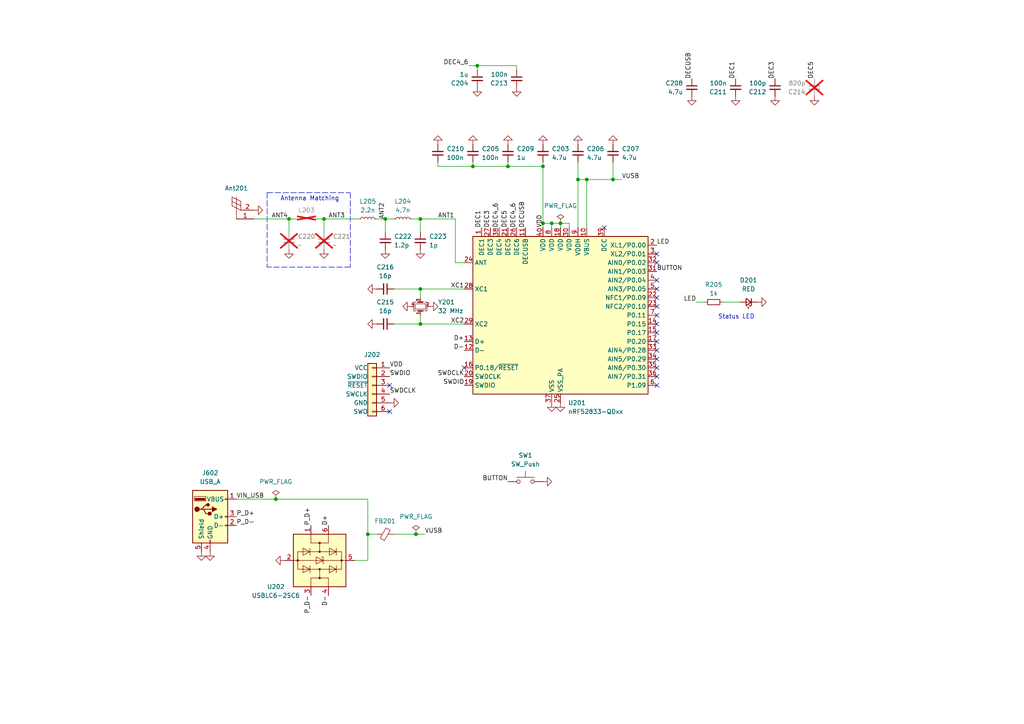
<source format=kicad_sch>
(kicad_sch (version 20230121) (generator eeschema)
  (paper "A4")
  (lib_symbols
    (symbol "Connector:USB_A" (pin_names (offset 1.016))
      (property "Reference" "J" (at -5.08 11.43 0))
      (property "Value" "USB_A" (at -5.08 8.89 0))
      (symbol "USB_A_0_1"
        (rectangle (start -5.08 -7.62) (end 5.08 7.62) (stroke (width 0.254)) (fill (type background)))
        (circle (center -3.81 2.159) (radius 0.635) (stroke (width 0.254)) (fill (type outline)))
        (rectangle (start -1.524 4.826) (end -4.318 5.334) (fill (type outline)))
        (rectangle (start -1.27 4.572) (end -4.572 5.842))
        (circle (center -0.635 3.429) (radius 0.381) (stroke (width 0.254)) (fill (type outline)))
        (rectangle (start -0.127 -7.62) (end 0.127 -6.858))
        (polyline (pts (xy -3.175 2.159) (xy -2.54 2.159) (xy -1.27 3.429) (xy -0.635 3.429)) (stroke (width 0.254)))
        (polyline (pts (xy -2.54 2.159) (xy -1.905 2.159) (xy -1.27 0.889) (xy 0 0.889)) (stroke (width 0.254)))
        (polyline (pts (xy 0.635 2.794) (xy 0.635 1.524) (xy 1.905 2.159) (xy 0.635 2.794)) (stroke (width 0.254)) (fill (type outline)))
        (rectangle (start 0.254 1.27) (end -0.508 0.508) (stroke (width 0.254)) (fill (type outline)))
        (rectangle (start 5.08 -2.667) (end 4.318 -2.413))
        (rectangle (start 5.08 -0.127) (end 4.318 0.127))
        (rectangle (start 5.08 4.953) (end 4.318 5.207))
      )
      (symbol "USB_A_1_1"
        (polyline (pts (xy -1.905 2.159) (xy 0.635 2.159)) (stroke (width 0.254)))
        (pin power_in line (at 7.62 5.08 180) (length 2.54) (name "VBUS") (number "1"))
        (pin bidirectional line (at 7.62 -2.54 180) (length 2.54) (name "D-") (number "2"))
        (pin bidirectional line (at 7.62 0 180) (length 2.54) (name "D+") (number "3"))
        (pin power_in line (at 0 -10.16 90) (length 2.54) (name "GND") (number "4"))
        (pin passive line (at -2.54 -10.16 90) (length 2.54) (name "Shield") (number "5"))
      )
    )
    (symbol "Device:C_Small" (pin_numbers hide) (pin_names (offset 0.254) hide)
      (property "Reference" "C" (at 0.254 1.778 0))
      (property "Value" "C_Small" (at 0.254 -2.032 0))
      (symbol "C_Small_0_1"
        (polyline (pts (xy -1.524 -0.508) (xy 1.524 -0.508)) (stroke (width 0.3302)))
        (polyline (pts (xy -1.524 0.508) (xy 1.524 0.508)) (stroke (width 0.3048)))
      )
      (symbol "C_Small_1_1"
        (pin passive line (at 0 2.54 270) (length 2.032) (name "~") (number "1"))
        (pin passive line (at 0 -2.54 90) (length 2.032) (name "~") (number "2"))
      )
    )
    (symbol "Device:Crystal_GND24_Small" (pin_names (offset 1.016) hide)
      (property "Reference" "Y" (at 1.27 4.445 0))
      (property "Value" "Crystal_GND24_Small" (at 1.27 2.54 0))
      (symbol "Crystal_GND24_Small_0_1"
        (rectangle (start -0.762 -1.524) (end 0.762 1.524))
        (polyline (pts (xy -1.27 -0.762) (xy -1.27 0.762)) (stroke (width 0.381)))
        (polyline (pts (xy 1.27 -0.762) (xy 1.27 0.762)) (stroke (width 0.381)))
        (polyline (pts (xy -1.27 -1.27) (xy -1.27 -1.905) (xy 1.27 -1.905) (xy 1.27 -1.27)))
        (polyline (pts (xy -1.27 1.27) (xy -1.27 1.905) (xy 1.27 1.905) (xy 1.27 1.27)))
      )
      (symbol "Crystal_GND24_Small_1_1"
        (pin passive line (at -2.54 0 0) (length 1.27) (name "1") (number "1"))
        (pin passive line (at 0 -2.54 90) (length 0.635) (name "2") (number "2"))
        (pin passive line (at 2.54 0 180) (length 1.27) (name "3") (number "3"))
        (pin passive line (at 0 2.54 270) (length 0.635) (name "4") (number "4"))
      )
    )
    (symbol "Device:FerriteBead_Small" (pin_numbers hide) (pin_names (offset 0))
      (property "Reference" "FB" (at 1.905 1.27 0))
      (property "Value" "FerriteBead_Small" (at 1.905 -1.27 0))
      (symbol "FerriteBead_Small_0_1"
        (polyline (pts (xy 0 -1.27) (xy 0 -0.7874)))
        (polyline (pts (xy 0 0.889) (xy 0 1.2954)))
        (polyline (pts (xy -1.8288 0.2794) (xy -1.1176 1.4986) (xy 1.8288 -0.2032) (xy 1.1176 -1.4224) (xy -1.8288 0.2794)))
      )
      (symbol "FerriteBead_Small_1_1"
        (pin passive line (at 0 2.54 270) (length 1.27) (name "~") (number "1"))
        (pin passive line (at 0 -2.54 90) (length 1.27) (name "~") (number "2"))
      )
    )
    (symbol "Device:LED_Small" (pin_numbers hide) (pin_names (offset 0.254) hide)
      (property "Reference" "D" (at -1.27 3.175 0))
      (property "Value" "LED_Small" (at -4.445 -2.54 0))
      (symbol "LED_Small_0_1"
        (polyline (pts (xy -0.762 -1.016) (xy -0.762 1.016)) (stroke (width 0.254)))
        (polyline (pts (xy 1.016 0) (xy -0.762 0)))
        (polyline (pts (xy 0.762 -1.016) (xy -0.762 0) (xy 0.762 1.016) (xy 0.762 -1.016)) (stroke (width 0.254)))
        (polyline (pts (xy 0 0.762) (xy -0.508 1.27) (xy -0.254 1.27) (xy -0.508 1.27) (xy -0.508 1.016)))
        (polyline (pts (xy 0.508 1.27) (xy 0 1.778) (xy 0.254 1.778) (xy 0 1.778) (xy 0 1.524)))
      )
      (symbol "LED_Small_1_1"
        (pin passive line (at -2.54 0 0) (length 1.778) (name "K") (number "1"))
        (pin passive line (at 2.54 0 180) (length 1.778) (name "A") (number "2"))
      )
    )
    (symbol "Device:L_Small" (pin_numbers hide) (pin_names (offset 0.254) hide)
      (property "Reference" "L" (at 0.762 1.016 0))
      (property "Value" "L_Small" (at 0.762 -1.016 0))
      (symbol "L_Small_0_1"
        (arc (start 0 -2.032) (mid 0.5058 -1.524) (end 0 -1.016))
        (arc (start 0 -1.016) (mid 0.5058 -0.508) (end 0 0))
        (arc (start 0 0) (mid 0.5058 0.508) (end 0 1.016))
        (arc (start 0 1.016) (mid 0.5058 1.524) (end 0 2.032))
      )
      (symbol "L_Small_1_1"
        (pin passive line (at 0 2.54 270) (length 0.508) (name "~") (number "1"))
        (pin passive line (at 0 -2.54 90) (length 0.508) (name "~") (number "2"))
      )
    )
    (symbol "Device:R_Small" (pin_numbers hide) (pin_names (offset 0.254) hide)
      (property "Reference" "R" (at 0.762 0.508 0))
      (property "Value" "R_Small" (at 0.762 -1.016 0))
      (symbol "R_Small_0_1"
        (rectangle (start -0.762 1.778) (end 0.762 -1.778) (stroke (width 0.2032)))
      )
      (symbol "R_Small_1_1"
        (pin passive line (at 0 2.54 270) (length 0.762) (name "~") (number "1"))
        (pin passive line (at 0 -2.54 90) (length 0.762) (name "~") (number "2"))
      )
    )
    (symbol "Power_Protection:USBLC6-2SC6" (pin_names hide)
      (property "Reference" "U" (at 2.54 8.89 0))
      (property "Value" "USBLC6-2SC6" (at 2.54 -8.89 0))
      (symbol "USBLC6-2SC6_0_1"
        (rectangle (start -7.62 -7.62) (end 7.62 7.62) (stroke (width 0.254)) (fill (type background)))
        (circle (center -5.08 0) (radius 0.254) (fill (type outline)))
        (circle (center -2.54 0) (radius 0.254) (fill (type outline)))
        (rectangle (start -2.54 6.35) (end 2.54 -6.35))
        (circle (center 0 -6.35) (radius 0.254) (fill (type outline)))
        (polyline (pts (xy -5.08 -2.54) (xy -7.62 -2.54)))
        (polyline (pts (xy -5.08 0) (xy -5.08 -2.54)))
        (polyline (pts (xy -5.08 2.54) (xy -7.62 2.54)))
        (polyline (pts (xy -1.524 -2.794) (xy -3.556 -2.794)))
        (polyline (pts (xy -1.524 4.826) (xy -3.556 4.826)))
        (polyline (pts (xy 0 -7.62) (xy 0 -6.35)))
        (polyline (pts (xy 0 -6.35) (xy 0 1.27)))
        (polyline (pts (xy 0 1.27) (xy 0 6.35)))
        (polyline (pts (xy 0 6.35) (xy 0 7.62)))
        (polyline (pts (xy 1.524 -2.794) (xy 3.556 -2.794)))
        (polyline (pts (xy 1.524 4.826) (xy 3.556 4.826)))
        (polyline (pts (xy 5.08 -2.54) (xy 7.62 -2.54)))
        (polyline (pts (xy 5.08 0) (xy 5.08 -2.54)))
        (polyline (pts (xy 5.08 2.54) (xy 7.62 2.54)))
        (polyline (pts (xy -2.54 0) (xy -5.08 0) (xy -5.08 2.54)))
        (polyline (pts (xy 2.54 0) (xy 5.08 0) (xy 5.08 2.54)))
        (polyline (pts (xy -3.556 -4.826) (xy -1.524 -4.826) (xy -2.54 -2.794) (xy -3.556 -4.826)))
        (polyline (pts (xy -3.556 2.794) (xy -1.524 2.794) (xy -2.54 4.826) (xy -3.556 2.794)))
        (polyline (pts (xy -1.016 -1.016) (xy 1.016 -1.016) (xy 0 1.016) (xy -1.016 -1.016)))
        (polyline (pts (xy 1.016 1.016) (xy 0.762 1.016) (xy -1.016 1.016) (xy -1.016 0.508)))
        (polyline (pts (xy 3.556 -4.826) (xy 1.524 -4.826) (xy 2.54 -2.794) (xy 3.556 -4.826)))
        (polyline (pts (xy 3.556 2.794) (xy 1.524 2.794) (xy 2.54 4.826) (xy 3.556 2.794)))
        (circle (center 0 6.35) (radius 0.254) (fill (type outline)))
        (circle (center 2.54 0) (radius 0.254) (fill (type outline)))
        (circle (center 5.08 0) (radius 0.254) (fill (type outline)))
      )
      (symbol "USBLC6-2SC6_1_1"
        (pin passive line (at -10.16 -2.54 0) (length 2.54) (name "I/O1") (number "1"))
        (pin passive line (at 0 -10.16 90) (length 2.54) (name "GND") (number "2"))
        (pin passive line (at 10.16 -2.54 180) (length 2.54) (name "I/O2") (number "3"))
        (pin passive line (at 10.16 2.54 180) (length 2.54) (name "I/O2") (number "4"))
        (pin passive line (at 0 10.16 270) (length 2.54) (name "VBUS") (number "5"))
        (pin passive line (at -10.16 2.54 0) (length 2.54) (name "I/O1") (number "6"))
      )
    )
    (symbol "Switch:SW_Push" (pin_numbers hide) (pin_names (offset 1.016) hide)
      (property "Reference" "SW" (at 1.27 2.54 0))
      (property "Value" "SW_Push" (at 0 -1.524 0))
      (symbol "SW_Push_0_1"
        (circle (center -2.032 0) (radius 0.508))
        (polyline (pts (xy 0 1.27) (xy 0 3.048)))
        (polyline (pts (xy 2.54 1.27) (xy -2.54 1.27)))
        (circle (center 2.032 0) (radius 0.508))
        (pin passive line (at -5.08 0 0) (length 2.54) (name "1") (number "1"))
        (pin passive line (at 5.08 0 180) (length 2.54) (name "2") (number "2"))
      )
    )
    (symbol "antennas:antenna" (pin_names (offset 1.016))
      (property "Reference" "Ant" (at 0 7.62 0))
      (symbol "antenna_0_1"
        (polyline (pts (xy -1.27 6.35) (xy -1.27 3.81)))
        (polyline (pts (xy 0 0) (xy 0 5.08)))
        (polyline (pts (xy 0 5.08) (xy 0 6.35)))
        (polyline (pts (xy 1.27 2.54) (xy -1.27 3.81)))
        (polyline (pts (xy 1.27 3.81) (xy -1.27 5.08)))
        (polyline (pts (xy 1.27 5.08) (xy -1.27 6.35)))
        (polyline (pts (xy 1.27 5.08) (xy 1.27 2.54)))
      )
      (symbol "antenna_1_1"
        (pin input line (at 5.08 0 180) (length 5.08) (name "~") (number "1"))
        (pin input line (at 5.08 2.54 180) (length 3.81) (name "~") (number "2"))
      )
    )
    (symbol "connectors:tag-connect-swd" (pin_names (offset 2.54))
      (property "Reference" "J" (at 0 7.62 0))
      (property "Value" "tag-connect-swd" (at 0 -10.16 0))
      (symbol "tag-connect-swd_1_1"
        (rectangle (start -1.27 -7.493) (end 0 -7.747) (stroke (width 0.1524)))
        (rectangle (start -1.27 -4.953) (end 0 -5.207) (stroke (width 0.1524)))
        (rectangle (start -1.27 -2.413) (end 0 -2.667) (stroke (width 0.1524)))
        (rectangle (start -1.27 0.127) (end 0 -0.127) (stroke (width 0.1524)))
        (rectangle (start -1.27 2.667) (end 0 2.413) (stroke (width 0.1524)))
        (rectangle (start -1.27 5.207) (end 0 4.953) (stroke (width 0.1524)))
        (rectangle (start -1.27 6.35) (end 1.27 -8.89) (stroke (width 0.254)) (fill (type background)))
        (pin passive line (at -5.08 5.08 0) (length 3.81) (name "VCC") (number "1"))
        (pin passive line (at -5.08 2.54 0) (length 3.81) (name "SWDIO") (number "2"))
        (pin passive line (at -5.08 0 0) (length 3.81) (name "~{RESET}") (number "3"))
        (pin passive line (at -5.08 -2.54 0) (length 3.81) (name "SWCLK") (number "4"))
        (pin passive line (at -5.08 -5.08 0) (length 3.81) (name "GND") (number "5"))
        (pin passive line (at -5.08 -7.62 0) (length 3.81) (name "SWO") (number "6"))
      )
    )
    (symbol "nordic_mcu:nRF52833-QDxx"
      (property "Reference" "U" (at 0 1.27 0))
      (property "Value" "nRF52833-QDxx" (at 0 -1.27 0))
      (symbol "nRF52833-QDxx_0_1"
        (rectangle (start -25.4 22.86) (end 25.4 -22.86) (stroke (width 0.254)) (fill (type background)))
      )
      (symbol "nRF52833-QDxx_1_1"
        (pin passive line (at -22.86 25.4 270) (length 2.54) (name "DEC1") (number "1"))
        (pin power_in line (at 7.62 25.4 270) (length 2.54) (name "VBUS") (number "10"))
        (pin passive line (at -10.16 25.4 270) (length 2.54) (name "DECUSB") (number "11"))
        (pin bidirectional line (at -27.94 -10.16 0) (length 2.54) (name "D-") (number "12"))
        (pin bidirectional line (at -27.94 -7.62 0) (length 2.54) (name "D+") (number "13"))
        (pin bidirectional line (at 27.94 -2.54 180) (length 2.54) (name "P0.15") (number "14"))
        (pin bidirectional line (at 27.94 -5.08 180) (length 2.54) (name "P0.17") (number "15"))
        (pin bidirectional line (at -27.94 -15.24 0) (length 2.54) (name "P0.18/~{RESET}") (number "16"))
        (pin bidirectional line (at 27.94 -7.62 180) (length 2.54) (name "P0.20") (number "17"))
        (pin power_in line (at 0 25.4 270) (length 2.54) (name "VDD") (number "18"))
        (pin bidirectional line (at -27.94 -20.32 0) (length 2.54) (name "SWDIO") (number "19"))
        (pin bidirectional line (at 27.94 20.32 180) (length 2.54) (name "XL1/P0.00") (number "2"))
        (pin input line (at -27.94 -17.78 0) (length 2.54) (name "SWDCLK") (number "20"))
        (pin passive line (at -15.24 25.4 270) (length 2.54) (name "DEC5") (number "21"))
        (pin bidirectional line (at 27.94 5.08 180) (length 2.54) (name "NFC1/P0.09") (number "22"))
        (pin bidirectional line (at 27.94 2.54 180) (length 2.54) (name "NFC2/P0.10") (number "23"))
        (pin passive line (at -27.94 15.24 0) (length 2.54) (name "ANT") (number "24"))
        (pin power_in line (at 0 -25.4 90) (length 2.54) (name "VSS_PA") (number "25"))
        (pin passive line (at -12.7 25.4 270) (length 2.54) (name "DEC6") (number "26"))
        (pin passive line (at -20.32 25.4 270) (length 2.54) (name "DEC3") (number "27"))
        (pin input line (at -27.94 7.62 0) (length 2.54) (name "XC1") (number "28"))
        (pin input line (at -27.94 -2.54 0) (length 2.54) (name "XC2") (number "29"))
        (pin bidirectional line (at 27.94 17.78 180) (length 2.54) (name "XL2/P0.01") (number "3"))
        (pin power_in line (at 2.54 25.4 270) (length 2.54) (name "VDD") (number "30"))
        (pin bidirectional line (at 27.94 12.7 180) (length 2.54) (name "AIN1/P0.03") (number "31"))
        (pin bidirectional line (at 27.94 15.24 180) (length 2.54) (name "AIN0/P0.02") (number "32"))
        (pin bidirectional line (at 27.94 -10.16 180) (length 2.54) (name "AIN4/P0.28") (number "33"))
        (pin bidirectional line (at 27.94 -12.7 180) (length 2.54) (name "AIN5/P0.29") (number "34"))
        (pin bidirectional line (at 27.94 -15.24 180) (length 2.54) (name "AIN6/P0.30") (number "35"))
        (pin bidirectional line (at 27.94 -17.78 180) (length 2.54) (name "AIN7/P0.31") (number "36"))
        (pin power_in line (at -2.54 -25.4 90) (length 2.54) (name "VSS") (number "37"))
        (pin passive line (at -17.78 25.4 270) (length 2.54) (name "DEC4") (number "38"))
        (pin power_out line (at 12.7 25.4 270) (length 2.54) (name "DCC") (number "39"))
        (pin bidirectional line (at 27.94 10.16 180) (length 2.54) (name "AIN2/P0.04") (number "4"))
        (pin power_in line (at -5.08 25.4 270) (length 2.54) (name "VDD") (number "40"))
        (pin passive line (at -2.54 -25.4 90) (length 2.54) hide (name "VSS") (number "41"))
        (pin bidirectional line (at 27.94 7.62 180) (length 2.54) (name "AIN3/P0.05") (number "5"))
        (pin bidirectional line (at 27.94 -20.32 180) (length 2.54) (name "P1.09") (number "6"))
        (pin bidirectional line (at 27.94 0 180) (length 2.54) (name "P0.11") (number "7"))
        (pin power_in line (at -2.54 25.4 270) (length 2.54) (name "VDD") (number "8"))
        (pin power_in line (at 5.08 25.4 270) (length 2.54) (name "VDDH") (number "9"))
      )
    )
    (symbol "power:GND" (power) (pin_names (offset 0))
      (property "Value" "GND" (at 0 -3.81 0))
      (symbol "GND_0_1"
        (polyline (pts (xy 0 0) (xy 0 -1.27) (xy 1.27 -1.27) (xy 0 -2.54) (xy -1.27 -1.27) (xy 0 -1.27)))
      )
      (symbol "GND_1_1"
        (pin power_in line (at 0 0 270) (length 0) hide (name "GND") (number "1"))
      )
    )
    (symbol "power:PWR_FLAG" (power) (pin_numbers hide) (pin_names (offset 0) hide)
      (property "Value" "PWR_FLAG" (at 0 3.81 0))
      (symbol "PWR_FLAG_0_0"
        (pin power_out line (at 0 0 90) (length 0) (name "pwr") (number "1"))
      )
      (symbol "PWR_FLAG_0_1"
        (polyline (pts (xy 0 0) (xy 0 1.27) (xy -1.016 1.905) (xy 0 2.54) (xy 1.016 1.905) (xy 0 1.27)))
      )
    )
  )
  (junction (at 93.98 63.5))
  (junction (at 157.48 64.77))
  (junction (at 167.64 52.07))
  (junction (at 121.92 63.5))
  (junction (at 138.43 19.05))
  (junction (at 177.8 52.07))
  (junction (at 147.32 48.26))
  (junction (at 106.68 154.94))
  (junction (at 121.92 93.98))
  (junction (at 83.82 63.5))
  (junction (at 160.02 64.77))
  (junction (at 80.01 144.78))
  (junction (at 170.18 52.07))
  (junction (at 111.76 63.5))
  (junction (at 162.56 64.77))
  (junction (at 137.16 48.26))
  (junction (at 121.92 83.82))
  (junction (at 157.48 48.26))
  (junction (at 120.65 154.94))
  (no_connect (at 190.5 101.6))
  (no_connect (at 190.5 81.28))
  (no_connect (at 190.5 99.06))
  (no_connect (at 190.5 86.36))
  (no_connect (at 190.5 83.82))
  (no_connect (at 190.5 88.9))
  (no_connect (at 190.5 109.22))
  (no_connect (at 190.5 93.98))
  (no_connect (at 190.5 111.76))
  (no_connect (at 113.03 111.76))
  (no_connect (at 190.5 91.44))
  (no_connect (at 190.5 76.2))
  (no_connect (at 190.5 96.52))
  (no_connect (at 190.5 104.14))
  (no_connect (at 190.5 106.68))
  (no_connect (at 175.26 66.04))
  (no_connect (at 113.03 119.38))
  (no_connect (at 190.5 73.66))
  (no_connect (at 134.62 106.68))
  (wire (pts (xy 177.8 46.99) (xy 177.8 52.07)))
  (wire (pts (xy 201.93 87.63) (xy 204.47 87.63)))
  (wire (pts (xy 157.48 46.99) (xy 157.48 48.26)))
  (polyline (pts (xy 77.47 55.88) (xy 77.47 77.47)) (stroke (width 0) (type dash)))
  (wire (pts (xy 157.48 64.77) (xy 160.02 64.77)))
  (wire (pts (xy 209.55 87.63) (xy 214.63 87.63)))
  (polyline (pts (xy 101.6 55.88) (xy 101.6 77.47)) (stroke (width 0) (type dash)))
  (wire (pts (xy 121.92 93.98) (xy 134.62 93.98)))
  (wire (pts (xy 114.3 83.82) (xy 121.92 83.82)))
  (wire (pts (xy 132.08 63.5) (xy 132.08 76.2)))
  (wire (pts (xy 137.16 48.26) (xy 147.32 48.26)))
  (wire (pts (xy 162.56 64.77) (xy 165.1 64.77)))
  (wire (pts (xy 167.64 46.99) (xy 167.64 52.07)))
  (polyline (pts (xy 77.47 55.88) (xy 101.6 55.88)) (stroke (width 0) (type dash)))
  (wire (pts (xy 73.66 63.5) (xy 83.82 63.5)))
  (wire (pts (xy 121.92 83.82) (xy 121.92 86.36)))
  (wire (pts (xy 160.02 64.77) (xy 160.02 66.04)))
  (wire (pts (xy 111.76 63.5) (xy 114.3 63.5)))
  (wire (pts (xy 119.38 63.5) (xy 121.92 63.5)))
  (wire (pts (xy 91.44 63.5) (xy 93.98 63.5)))
  (wire (pts (xy 114.3 93.98) (xy 121.92 93.98)))
  (wire (pts (xy 157.48 66.04) (xy 157.48 64.77)))
  (wire (pts (xy 147.32 48.26) (xy 157.48 48.26)))
  (wire (pts (xy 106.68 154.94) (xy 109.22 154.94)))
  (wire (pts (xy 167.64 52.07) (xy 167.64 66.04)))
  (wire (pts (xy 120.65 154.94) (xy 123.19 154.94)))
  (wire (pts (xy 106.68 144.78) (xy 106.68 154.94)))
  (wire (pts (xy 137.16 46.99) (xy 137.16 48.26)))
  (wire (pts (xy 149.86 19.05) (xy 149.86 20.32)))
  (wire (pts (xy 127 46.99) (xy 127 48.26)))
  (wire (pts (xy 121.92 63.5) (xy 132.08 63.5)))
  (wire (pts (xy 132.08 76.2) (xy 134.62 76.2)))
  (wire (pts (xy 121.92 83.82) (xy 134.62 83.82)))
  (wire (pts (xy 170.18 52.07) (xy 170.18 66.04)))
  (wire (pts (xy 68.58 144.78) (xy 80.01 144.78)))
  (wire (pts (xy 135.89 19.05) (xy 138.43 19.05)))
  (wire (pts (xy 177.8 52.07) (xy 180.34 52.07)))
  (wire (pts (xy 93.98 63.5) (xy 93.98 67.31)))
  (wire (pts (xy 93.98 63.5) (xy 104.14 63.5)))
  (wire (pts (xy 80.01 144.78) (xy 106.68 144.78)))
  (wire (pts (xy 102.87 162.56) (xy 106.68 162.56)))
  (wire (pts (xy 138.43 19.05) (xy 149.86 19.05)))
  (wire (pts (xy 83.82 63.5) (xy 86.36 63.5)))
  (wire (pts (xy 106.68 154.94) (xy 106.68 162.56)))
  (wire (pts (xy 157.48 48.26) (xy 157.48 64.77)))
  (wire (pts (xy 111.76 63.5) (xy 111.76 67.31)))
  (wire (pts (xy 167.64 52.07) (xy 170.18 52.07)))
  (wire (pts (xy 162.56 64.77) (xy 162.56 66.04)))
  (wire (pts (xy 160.02 64.77) (xy 162.56 64.77)))
  (polyline (pts (xy 101.6 77.47) (xy 77.47 77.47)) (stroke (width 0) (type dash)))
  (wire (pts (xy 114.3 154.94) (xy 120.65 154.94)))
  (wire (pts (xy 147.32 46.99) (xy 147.32 48.26)))
  (wire (pts (xy 121.92 63.5) (xy 121.92 67.31)))
  (wire (pts (xy 177.8 52.07) (xy 170.18 52.07)))
  (wire (pts (xy 165.1 64.77) (xy 165.1 66.04)))
  (wire (pts (xy 83.82 63.5) (xy 83.82 67.31)))
  (wire (pts (xy 138.43 19.05) (xy 138.43 20.32)))
  (wire (pts (xy 127 48.26) (xy 137.16 48.26)))
  (wire (pts (xy 109.22 63.5) (xy 111.76 63.5)))
  (wire (pts (xy 121.92 91.44) (xy 121.92 93.98)))
  (text "Status LED" (at 208.28 92.71 0) (effects (font (size 1.27 1.27)) (justify left bottom)))
  (text "Antenna Matching" (at 81.28 58.42 0) (effects (font (size 1.27 1.27)) (justify left bottom)))
  (label "DECUSB" (at 200.66 22.86 90))
  (label "DEC5" (at 236.22 22.86 90))
  (label "VUSB" (at 180.34 52.07 0))
  (label "ANT3" (at 95.25 63.5 0))
  (label "LED" (at 190.5 71.12 0))
  (label "DEC3" (at 142.24 66.04 90))
  (label "D-" (at 95.25 172.72 270))
  (label "DEC3" (at 224.79 22.86 90))
  (label "VUSB" (at 123.19 154.94 0))
  (label "SWDCLK" (at 134.62 109.22 180))
  (label "BUTTON" (at 147.32 139.7 180))
  (label "P_D+" (at 68.58 149.86 0))
  (label "DEC1" (at 213.36 22.86 90))
  (label "D-" (at 134.62 101.6 180))
  (label "VDD" (at 113.03 106.68 0))
  (label "SWDIO" (at 113.03 109.22 0))
  (label "XC2" (at 134.62 93.98 180))
  (label "ANT1" (at 127 63.5 0))
  (label "LED" (at 201.93 87.63 180))
  (label "ANT4" (at 78.74 63.5 0))
  (label "SWDCLK" (at 113.03 114.3 0))
  (label "DEC4_6" (at 135.89 19.05 180))
  (label "DEC4_6" (at 144.78 66.04 90))
  (label "P_D-" (at 68.58 152.4 0))
  (label "P_D-" (at 90.17 172.72 270))
  (label "DECUSB" (at 152.4 66.04 90))
  (label "BUTTON" (at 190.5 78.74 0))
  (label "DEC5" (at 147.32 66.04 90))
  (label "P_D+" (at 90.17 152.4 90))
  (label "DEC1" (at 139.7 66.04 90))
  (label "D+" (at 134.62 99.06 180))
  (label "SWDIO" (at 134.62 111.76 180))
  (label "DEC4_6" (at 149.86 66.04 90))
  (label "ANT2" (at 111.76 63.5 90))
  (label "XC1" (at 134.62 83.82 180))
  (label "VIN_USB" (at 68.58 144.78 0))
  (label "VDD" (at 157.48 66.04 90))
  (label "D+" (at 95.25 152.4 90))
  (symbol (lib_id "power:GND") (at 213.36 27.94 0) (unit 1)
    (property "Reference" "#PWR0222" (effects hide))
    (property "Value" "GND" (effects hide))
    (instances (project "crkbd-shockburst" (path "" (reference "#PWR0222") (unit 1)) (path "" (reference "#PWR0504") (unit 1)) (path "" (reference "#PWR0604") (unit 1))))
  )
  (symbol (lib_id "Device:C_Small") (at 213.36 25.4 0) (mirror y) (unit 1)
    (property "Reference" "C211" (at 210.82 26.6764 0) (effects (justify left)))
    (property "Value" "100n" (at 210.82 24.1364 0) (effects (justify left)))
    (property "Footprint" "passive:C_0402" (effects hide))
    (property "MFPN" "FN15B104K160PNG" (effects hide))
    (property "Specification" "16V,X5R" (effects hide))
    (property "LCSC" "C2874742" (effects hide))
    (instances (project "crkbd-shockburst" (path "" (reference "C211") (unit 1)) (path "" (reference "C504") (unit 1)) (path "" (reference "C604") (unit 1))))
  )
  (symbol (lib_id "power:GND") (at 200.66 27.94 0) (unit 1)
    (property "Reference" "#PWR0219" (effects hide))
    (property "Value" "GND" (effects hide))
    (instances (project "crkbd-shockburst" (path "" (reference "#PWR0219") (unit 1)) (path "" (reference "#PWR0503") (unit 1)) (path "" (reference "#PWR0603") (unit 1))))
  )
  (symbol (lib_id "power:GND") (at 111.76 72.39 0) (unit 1)
    (property "Reference" "#PWR0240" (effects hide))
    (property "Value" "GND" (effects hide))
    (instances (project "crkbd-shockburst" (path "" (reference "#PWR0240") (unit 1)) (path "" (reference "#PWR0517") (unit 1)) (path "" (reference "#PWR0618") (unit 1))))
  )
  (symbol (lib_id "power:GND") (at 224.79 27.94 0) (unit 1)
    (property "Reference" "#PWR0223" (effects hide))
    (property "Value" "GND" (effects hide))
    (instances (project "crkbd-shockburst" (path "" (reference "#PWR0223") (unit 1)) (path "" (reference "#PWR0505") (unit 1)) (path "" (reference "#PWR0605") (unit 1))))
  )
  (symbol (lib_id "power:GND") (at 167.64 41.91 180) (unit 1)
    (property "Reference" "#PWR0217" (effects hide))
    (property "Value" "GND" (effects hide))
    (instances (project "crkbd-shockburst" (path "" (reference "#PWR0217") (unit 1)) (path "" (reference "#PWR0511") (unit 1)) (path "" (reference "#PWR0611") (unit 1))))
  )
  (symbol (lib_id "Device:L_Small") (at 116.84 63.5 90) (unit 1)
    (property "Reference" "L204" (at 116.84 58.42 90))
    (property "Value" "4.7n" (at 116.84 60.96 90))
    (property "Footprint" "passive:R_0402" (effects hide))
    (property "MFPN" "HCI1005LF-4N7S-MS8" (effects hide))
    (property "LCSC" "C304335" (effects hide))
    (instances (project "crkbd-shockburst" (path "" (reference "L204") (unit 1)) (path "" (reference "L505") (unit 1)) (path "" (reference "L605") (unit 1))))
  )
  (symbol (lib_id "power:GND") (at 137.16 41.91 180) (unit 1)
    (property "Reference" "#PWR0216" (effects hide))
    (property "Value" "GND" (effects hide))
    (instances (project "crkbd-shockburst" (path "" (reference "#PWR0216") (unit 1)) (path "" (reference "#PWR0508") (unit 1)) (path "" (reference "#PWR0608") (unit 1))))
  )
  (symbol (lib_id "Device:C_Small") (at 111.76 69.85 0) (mirror y) (unit 1)
    (property "Reference" "C222" (at 114.3 68.5863 0) (effects (justify right)))
    (property "Value" "1.2p" (at 114.3 71.1263 0) (effects (justify right)))
    (property "Footprint" "passive:C_0402" (effects hide))
    (property "MFPN" "FN15N1R2C500PNG" (effects hide))
    (property "Specification" "50V,C0G" (effects hide))
    (property "LCSC" "C363514" (effects hide))
    (instances (project "crkbd-shockburst" (path "" (reference "C222") (unit 1)) (path "" (reference "C515") (unit 1)) (path "" (reference "C615") (unit 1))))
  )
  (symbol (lib_id "power:GND") (at 121.92 72.39 0) (unit 1)
    (property "Reference" "#PWR0241" (effects hide))
    (property "Value" "GND" (effects hide))
    (instances (project "crkbd-shockburst" (path "" (reference "#PWR0241") (unit 1)) (path "" (reference "#PWR0518") (unit 1)) (path "" (reference "#PWR0619") (unit 1))))
  )
  (symbol (lib_id "Device:C_Small") (at 236.22 25.4 0) (mirror y) (unit 1) (dnp yes)
    (property "Reference" "C214" (at 233.68 26.6764 0) (effects (justify left)))
    (property "Value" "820p" (at 233.68 24.1364 0) (effects (justify left)))
    (property "Footprint" "passive:C_0402" (effects hide))
    (property "MFPN" "C1005X7R821KGTS" (effects hide))
    (property "Specification" "50V,C0G" (effects hide))
    (property "LCSC" "C147541" (effects hide))
    (instances (project "crkbd-shockburst" (path "" (reference "C214") (unit 1)) (path "" (reference "C506") (unit 1)) (path "" (reference "C606") (unit 1))))
  )
  (symbol (lib_id "Device:L_Small") (at 106.68 63.5 90) (unit 1)
    (property "Reference" "L205" (at 106.68 58.42 90))
    (property "Value" "2.2n" (at 106.68 60.96 90))
    (property "Footprint" "passive:R_0402" (effects hide))
    (property "MFPN" "SDCL1005C2N2CTDF" (effects hide))
    (property "LCSC" "C918998" (effects hide))
    (instances (project "crkbd-shockburst" (path "" (reference "L205") (unit 1)) (path "" (reference "L504") (unit 1)) (path "" (reference "L604") (unit 1))))
  )
  (symbol (lib_id "power:GND") (at 157.48 41.91 180) (unit 1)
    (property "Reference" "#PWR0214" (effects hide))
    (property "Value" "GND" (effects hide))
    (instances (project "crkbd-shockburst" (path "" (reference "#PWR0214") (unit 1)) (path "" (reference "#PWR0510") (unit 1)) (path "" (reference "#PWR0610") (unit 1))))
  )
  (symbol (lib_id "power:GND") (at 236.22 27.94 0) (unit 1)
    (property "Reference" "#PWR0225" (effects hide))
    (property "Value" "GND" (effects hide))
    (instances (project "crkbd-shockburst" (path "" (reference "#PWR0225") (unit 1)) (path "" (reference "#PWR0506") (unit 1)) (path "" (reference "#PWR0606") (unit 1))))
  )
  (symbol (lib_id "Device:C_Small") (at 138.43 22.86 0) (unit 1)
    (property "Reference" "C204" (at 135.89 24.1364 0) (effects (justify right)))
    (property "Value" "1u" (at 135.89 21.5964 0) (effects (justify right)))
    (property "Footprint" "passive:C_0402" (effects hide))
    (property "MFPN" "FS15B105K6R3PNG" (effects hide))
    (property "Specification" "6.3V,X5R" (effects hide))
    (property "LCSC" "C525327" (effects hide))
    (instances (project "crkbd-shockburst" (path "" (reference "C204") (unit 1)) (path "" (reference "C501") (unit 1)) (path "" (reference "C601") (unit 1))))
  )
  (symbol (lib_id "antennas:antenna") (at 68.58 63.5 0) (unit 1) (in_bom no)
    (property "Reference" "Ant201" (at 68.58 54.61 0))
    (property "Value" "antenna" (effects hide))
    (property "Footprint" "RF_Antenna:Texas_SWRA117D_2.4GHz_Right" (effects hide))
    (instances (project "crkbd-shockburst" (path "" (reference "Ant201") (unit 1)) (path "" (reference "Ant102") (unit 1)) (path "" (reference "Ant601") (unit 1))))
  )
  (symbol (lib_id "Device:C_Small") (at 111.76 93.98 270) (mirror x) (unit 1)
    (property "Reference" "C215" (at 111.7536 87.63 90))
    (property "Value" "16p" (at 111.7536 90.17 90))
    (property "Footprint" "passive:C_0402" (effects hide))
    (property "MFPN" "SH15N150J500CT" (effects hide))
    (property "Specification" "50V,C0G" (effects hide))
    (property "LCSC" "C396888" (effects hide))
    (instances (project "crkbd-shockburst" (path "" (reference "C215") (unit 1)) (path "" (reference "C518") (unit 1)) (path "" (reference "C618") (unit 1))))
  )
  (symbol (lib_id "power:GND") (at 109.22 93.98 270) (unit 1)
    (property "Reference" "#PWR0226" (effects hide))
    (property "Value" "GND" (effects hide))
    (instances (project "crkbd-shockburst" (path "" (reference "#PWR0226") (unit 1)) (path "" (reference "#PWR0523") (unit 1)) (path "" (reference "#PWR0624") (unit 1))))
  )
  (symbol (lib_id "Device:FerriteBead_Small") (at 111.76 154.94 90) (unit 1)
    (property "Reference" "FB201" (at 111.7219 151.13 90))
    (property "Value" "FerriteBead_Small" (effects hide))
    (property "Footprint" "passive:R_0603" (effects hide))
    (property "MFPN" "MMZ1608Y152BTA00" (effects hide))
    (property "Specification" "600 ohm @ 100 MHz" (effects hide))
    (property "LCSC" "C275454" (effects hide))
    (instances (project "crkbd-shockburst" (path "" (reference "FB201") (unit 1)) (path "" (reference "FB501") (unit 1)) (path "" (reference "FB601") (unit 1))))
  )
  (symbol (lib_id "Device:C_Small") (at 111.76 83.82 270) (mirror x) (unit 1)
    (property "Reference" "C216" (at 111.7536 77.47 90))
    (property "Value" "16p" (at 111.7536 80.01 90))
    (property "Footprint" "passive:C_0402" (effects hide))
    (property "MFPN" "SH15N150J500CT" (effects hide))
    (property "Specification" "50V,C0G" (effects hide))
    (property "LCSC" "C396888" (effects hide))
    (instances (project "crkbd-shockburst" (path "" (reference "C216") (unit 1)) (path "" (reference "C517") (unit 1)) (path "" (reference "C617") (unit 1))))
  )
  (symbol (lib_id "power:GND") (at 73.66 60.96 90) (unit 1)
    (property "Reference" "#PWR0237" (effects hide))
    (property "Value" "GND" (effects hide))
    (instances (project "crkbd-shockburst" (path "" (reference "#PWR0237") (unit 1)) (path "" (reference "#PWR0102") (unit 1)) (path "" (reference "#PWR0615") (unit 1))))
  )
  (symbol (lib_id "Device:C_Small") (at 93.98 69.85 0) (mirror y) (unit 1) (dnp yes)
    (property "Reference" "C221" (at 96.52 68.5863 0) (effects (justify right)))
    (property "Value" "~" (at 96.52 71.1263 0) (effects (justify right)))
    (property "Footprint" "passive:C_0402" (effects hide))
    (instances (project "crkbd-shockburst" (path "" (reference "C221") (unit 1)) (path "" (reference "C514") (unit 1)) (path "" (reference "C614") (unit 1))))
  )
  (symbol (lib_id "power:GND") (at 138.43 25.4 0) (unit 1)
    (property "Reference" "#PWR0215" (effects hide))
    (property "Value" "GND" (effects hide))
    (instances (project "crkbd-shockburst" (path "" (reference "#PWR0215") (unit 1)) (path "" (reference "#PWR0501") (unit 1)) (path "" (reference "#PWR0601") (unit 1))))
  )
  (symbol (lib_id "power:GND") (at 113.03 116.84 90) (unit 1)
    (property "Reference" "#PWR0236" (effects hide))
    (property "Value" "GND" (effects hide))
    (instances (project "crkbd-shockburst" (path "" (reference "#PWR0236") (unit 1)) (path "" (reference "#PWR0524") (unit 1)) (path "" (reference "#PWR0625") (unit 1))))
  )
  (symbol (lib_id "power:GND") (at 162.56 116.84 0) (unit 1)
    (property "Reference" "#PWR0202" (effects hide))
    (property "Value" "GND" (effects hide))
    (instances (project "crkbd-shockburst" (path "" (reference "#PWR0202") (unit 1)) (path "" (reference "#PWR0526") (unit 1)) (path "" (reference "#PWR0627") (unit 1))))
  )
  (symbol (lib_id "power:PWR_FLAG") (at 80.01 144.78 0) (unit 1)
    (property "Reference" "#FLG0602" (effects hide))
    (property "Value" "PWR_FLAG" (at 80.01 139.7 0))
  )
  (symbol (lib_id "Device:C_Small") (at 200.66 25.4 0) (unit 1)
    (property "Reference" "C208" (at 198.12 24.1363 0) (effects (justify right)))
    (property "Value" "4.7u" (at 198.12 26.6763 0) (effects (justify right)))
    (property "Footprint" "passive:C_0603" (effects hide))
    (property "MFPN" "C0603B475K010T" (effects hide))
    (property "Specification" "10V,X5R" (effects hide))
    (property "LCSC" "C961503" (effects hide))
    (instances (project "crkbd-shockburst" (path "" (reference "C208") (unit 1)) (path "" (reference "C503") (unit 1)) (path "" (reference "C603") (unit 1))))
  )
  (symbol (lib_id "Device:Crystal_GND24_Small") (at 121.92 88.9 90) (unit 1)
    (property "Reference" "Y201" (at 127 87.63 90) (effects (justify right)))
    (property "Value" "32 MHz" (at 127 90.17 90) (effects (justify right)))
    (property "Footprint" "crystals:Crystal_4Pin_2.0x1.6mm" (effects hide))
    (property "MFPN" "7D032000H01" (effects hide))
    (property "Specification" "32MHz 9pF ±10ppm" (effects hide))
    (property "LCSC" "C648961" (effects hide))
    (instances (project "crkbd-shockburst" (path "" (reference "Y201") (unit 1)) (path "" (reference "Y501") (unit 1)) (path "" (reference "Y601") (unit 1))))
  )
  (symbol (lib_id "Connector:USB_A") (at 60.96 149.86 0) (unit 1)
    (property "Reference" "J602" (at 60.96 137.16 0))
    (property "Value" "USB_A" (at 60.96 139.7 0))
    (property "Footprint" "usb:USB_A_1001-011-01101" (effects hide))
    (property "Datasheet" " ~" (effects hide))
  )
  (symbol (lib_id "Device:C_Small") (at 121.92 69.85 0) (mirror y) (unit 1)
    (property "Reference" "C223" (at 124.46 68.5863 0) (effects (justify right)))
    (property "Value" "1p" (at 124.46 71.1263 0) (effects (justify right)))
    (property "Footprint" "passive:C_0402" (effects hide))
    (property "MFPN" "FN15N1R0C500PNG" (effects hide))
    (property "Specification" "50V,C0G" (effects hide))
    (property "LCSC" "C363513" (effects hide))
    (instances (project "crkbd-shockburst" (path "" (reference "C223") (unit 1)) (path "" (reference "C516") (unit 1)) (path "" (reference "C616") (unit 1))))
  )
  (symbol (lib_id "power:GND") (at 83.82 72.39 0) (unit 1)
    (property "Reference" "#PWR0239" (effects hide))
    (property "Value" "GND" (effects hide))
    (instances (project "crkbd-shockburst" (path "" (reference "#PWR0239") (unit 1)) (path "" (reference "#PWR0515") (unit 1)) (path "" (reference "#PWR0616") (unit 1))))
  )
  (symbol (lib_id "power:PWR_FLAG") (at 162.56 64.77 0) (unit 1)
    (property "Reference" "#FLG0202" (effects hide))
    (property "Value" "PWR_FLAG" (at 162.56 59.69 0))
    (instances (project "crkbd-shockburst" (path "" (reference "#FLG0202") (unit 1)) (path "" (reference "#FLG0501") (unit 1)) (path "" (reference "#FLG0601") (unit 1))))
  )
  (symbol (lib_id "power:GND") (at 160.02 116.84 0) (unit 1)
    (property "Reference" "#PWR0201" (effects hide))
    (property "Value" "GND" (effects hide))
    (instances (project "crkbd-shockburst" (path "" (reference "#PWR0201") (unit 1)) (path "" (reference "#PWR0525") (unit 1)) (path "" (reference "#PWR0626") (unit 1))))
  )
  (symbol (lib_id "Device:C_Small") (at 177.8 44.45 180) (unit 1)
    (property "Reference" "C207" (at 180.34 43.1736 0) (effects (justify right)))
    (property "Value" "4.7u" (at 180.34 45.7136 0) (effects (justify right)))
    (property "Footprint" "passive:C_0603" (effects hide))
    (property "MFPN" "C0603B475K010T" (effects hide))
    (property "Specification" "10V,X5R" (effects hide))
    (property "LCSC" "C961503" (effects hide))
    (instances (project "crkbd-shockburst" (path "" (reference "C207") (unit 1)) (path "" (reference "C512") (unit 1)) (path "" (reference "C612") (unit 1))))
  )
  (symbol (lib_id "power:GND") (at 177.8 41.91 180) (unit 1)
    (property "Reference" "#PWR0218" (effects hide))
    (property "Value" "GND" (effects hide))
    (instances (project "crkbd-shockburst" (path "" (reference "#PWR0218") (unit 1)) (path "" (reference "#PWR0512") (unit 1)) (path "" (reference "#PWR0612") (unit 1))))
  )
  (symbol (lib_id "Device:C_Small") (at 224.79 25.4 0) (mirror y) (unit 1)
    (property "Reference" "C212" (at 222.25 26.6764 0) (effects (justify left)))
    (property "Value" "100p" (at 222.25 24.1364 0) (effects (justify left)))
    (property "Footprint" "passive:C_0402" (effects hide))
    (property "MFPN" "MG15N101J500CT" (effects hide))
    (property "Specification" "50V,C0G" (effects hide))
    (property "LCSC" "C327785" (effects hide))
    (instances (project "crkbd-shockburst" (path "" (reference "C212") (unit 1)) (path "" (reference "C505") (unit 1)) (path "" (reference "C605") (unit 1))))
  )
  (symbol (lib_id "power:GND") (at 93.98 72.39 0) (unit 1)
    (property "Reference" "#PWR0238" (effects hide))
    (property "Value" "GND" (effects hide))
    (instances (project "crkbd-shockburst" (path "" (reference "#PWR0238") (unit 1)) (path "" (reference "#PWR0516") (unit 1)) (path "" (reference "#PWR0617") (unit 1))))
  )
  (symbol (lib_id "power:GND") (at 219.71 87.63 90) (unit 1)
    (property "Reference" "#PWR0235" (effects hide))
    (property "Value" "GND" (effects hide))
    (instances (project "crkbd-shockburst" (path "" (reference "#PWR0235") (unit 1)) (path "" (reference "#PWR0520") (unit 1)) (path "" (reference "#PWR0621") (unit 1))))
  )
  (symbol (lib_id "Device:C_Small") (at 147.32 44.45 180) (unit 1)
    (property "Reference" "C209" (at 149.86 43.1736 0) (effects (justify right)))
    (property "Value" "1u" (at 149.86 45.7136 0) (effects (justify right)))
    (property "Footprint" "passive:C_0402" (effects hide))
    (property "MFPN" "FS15B105K6R3PNG" (effects hide))
    (property "Specification" "6.3V,X5R" (effects hide))
    (property "LCSC" "C525327" (effects hide))
    (instances (project "crkbd-shockburst" (path "" (reference "C209") (unit 1)) (path "" (reference "C509") (unit 1)) (path "" (reference "C609") (unit 1))))
  )
  (symbol (lib_id "Device:C_Small") (at 149.86 22.86 0) (mirror y) (unit 1)
    (property "Reference" "C213" (at 147.32 24.1364 0) (effects (justify left)))
    (property "Value" "100n" (at 147.32 21.5964 0) (effects (justify left)))
    (property "Footprint" "passive:C_0402" (effects hide))
    (property "MFPN" "FN15B104K160PNG" (effects hide))
    (property "Specification" "16V,X5R" (effects hide))
    (property "LCSC" "C2874742" (effects hide))
    (instances (project "crkbd-shockburst" (path "" (reference "C213") (unit 1)) (path "" (reference "C502") (unit 1)) (path "" (reference "C602") (unit 1))))
  )
  (symbol (lib_id "Device:C_Small") (at 167.64 44.45 180) (unit 1)
    (property "Reference" "C206" (at 170.18 43.1736 0) (effects (justify right)))
    (property "Value" "4.7u" (at 170.18 45.7136 0) (effects (justify right)))
    (property "Footprint" "passive:C_0603" (effects hide))
    (property "MFPN" "C0603B475K010T" (effects hide))
    (property "Specification" "10V,X5R" (effects hide))
    (property "LCSC" "C961503" (effects hide))
    (instances (project "crkbd-shockburst" (path "" (reference "C206") (unit 1)) (path "" (reference "C511") (unit 1)) (path "" (reference "C611") (unit 1))))
  )
  (symbol (lib_id "Switch:SW_Push") (at 152.4 139.7 0) (unit 1)
    (property "Reference" "SW1" (at 152.4 132.08 0))
    (property "Value" "SW_Push" (at 152.4 134.62 0))
    (property "Footprint" "Button_Switch_SMD:SW_SPST_EVQP2" (effects hide))
    (property "MFPN" "EVQ-P2602W" (effects hide))
    (instances (project "rusty-tracker" (path "" (reference "SW1") (unit 1))) (project "crkbd-shockburst" (path "" (reference "SW601") (unit 1))))
  )
  (symbol (lib_id "Device:L_Small") (at 88.9 63.5 90) (unit 1) (dnp yes)
    (property "Reference" "L203" (at 88.9 60.96 90))
    (property "Value" "~" (at 88.9 60.96 90))
    (property "Footprint" "passive:R_0402" (effects hide))
    (instances (project "crkbd-shockburst" (path "" (reference "L203") (unit 1)) (path "" (reference "L503") (unit 1)) (path "" (reference "L603") (unit 1))))
  )
  (symbol (lib_id "Device:C_Small") (at 83.82 69.85 0) (mirror y) (unit 1) (dnp yes)
    (property "Reference" "C220" (at 86.36 68.5863 0) (effects (justify right)))
    (property "Value" "~" (at 86.36 71.1263 0) (effects (justify right)))
    (property "Footprint" "passive:C_0402" (effects hide))
    (instances (project "crkbd-shockburst" (path "" (reference "C220") (unit 1)) (path "" (reference "C513") (unit 1)) (path "" (reference "C613") (unit 1))))
  )
  (symbol (lib_id "Power_Protection:USBLC6-2SC6") (at 92.71 162.56 270) (unit 1)
    (property "Reference" "U202" (at 80.01 170.18 90))
    (property "Value" "USBLC6-2SC6" (at 80.01 172.72 90))
    (property "Footprint" "Package_TO_SOT_SMD:SOT-23-6" (effects hide))
    (property "Datasheet" "https://www.st.com/resource/en/datasheet/usblc6-2.pdf" (effects hide))
    (property "MFPN" "USBLC6-2SC6" (effects hide))
    (property "LCSC" "C7519" (effects hide))
    (instances (project "crkbd-shockburst" (path "" (reference "U202") (unit 1)) (path "" (reference "U502") (unit 1)) (path "" (reference "U602") (unit 1))))
  )
  (symbol (lib_id "power:GND") (at 119.38 88.9 270) (unit 1)
    (property "Reference" "#PWR01" (effects hide))
    (property "Value" "GND" (effects hide))
    (instances (project "crkbd-shockburst" (path "" (reference "#PWR01") (unit 1)) (path "" (reference "#PWR0521") (unit 1)) (path "" (reference "#PWR0622") (unit 1))))
  )
  (symbol (lib_id "power:GND") (at 157.48 139.7 90) (unit 1)
    (property "Reference" "#PWR0201" (effects hide))
    (property "Value" "GND" (effects hide))
    (instances (project "crkbd-shockburst" (path "" (reference "#PWR0201") (unit 1)) (path "" (reference "#PWR0525") (unit 1)) (path "" (reference "#PWR0632") (unit 1))))
  )
  (symbol (lib_id "power:GND") (at 147.32 41.91 180) (unit 1)
    (property "Reference" "#PWR0220" (effects hide))
    (property "Value" "GND" (effects hide))
    (instances (project "crkbd-shockburst" (path "" (reference "#PWR0220") (unit 1)) (path "" (reference "#PWR0509") (unit 1)) (path "" (reference "#PWR0609") (unit 1))))
  )
  (symbol (lib_id "nordic_mcu:nRF52833-QDxx") (at 162.56 91.44 0) (unit 1)
    (property "Reference" "U201" (at 164.7541 116.84 0) (effects (justify left)))
    (property "Value" "nRF52833-QDxx" (at 164.7541 119.38 0) (effects (justify left)))
    (property "Footprint" "Package_DFN_QFN:QFN-40-1EP_5x5mm_P0.4mm_EP3.6x3.6mm" (effects hide))
    (property "Datasheet" "https://infocenter.nordicsemi.com/pdf/nRF52833_PS_v1.5.pdf" (effects hide))
    (property "MFPN" "nRF52833-QDAA" (effects hide))
    (property "LCSC" "C2895249 or C3007767" (effects hide))
    (instances (project "crkbd-shockburst" (path "" (reference "U201") (unit 1)) (path "" (reference "U501") (unit 1)) (path "" (reference "U601") (unit 1))))
  )
  (symbol (lib_id "connectors:tag-connect-swd") (at 107.95 111.76 0) (mirror y) (unit 1) (in_bom no)
    (property "Reference" "J202" (at 107.95 102.87 0))
    (property "Value" "tag-connect-swd" (effects hide))
    (property "Footprint" "Connector:Tag-Connect_TC2030-IDC-NL_2x03_P1.27mm_Vertical" (effects hide))
    (instances (project "crkbd-shockburst" (path "" (reference "J202") (unit 1)) (path "" (reference "J501") (unit 1)) (path "" (reference "J601") (unit 1))))
  )
  (symbol (lib_id "power:GND") (at 82.55 162.56 270) (unit 1)
    (property "Reference" "#PWR0205" (effects hide))
    (property "Value" "GND" (effects hide))
    (instances (project "crkbd-shockburst" (path "" (reference "#PWR0205") (unit 1)) (path "" (reference "#PWR0533") (unit 1)) (path "" (reference "#PWR0631") (unit 1))))
  )
  (symbol (lib_id "power:GND") (at 109.22 83.82 270) (unit 1)
    (property "Reference" "#PWR0227" (effects hide))
    (property "Value" "GND" (effects hide))
    (instances (project "crkbd-shockburst" (path "" (reference "#PWR0227") (unit 1)) (path "" (reference "#PWR0519") (unit 1)) (path "" (reference "#PWR0620") (unit 1))))
  )
  (symbol (lib_id "Device:C_Small") (at 157.48 44.45 180) (unit 1)
    (property "Reference" "C203" (at 160.02 43.1736 0) (effects (justify right)))
    (property "Value" "4.7u" (at 160.02 45.7136 0) (effects (justify right)))
    (property "Footprint" "passive:C_0603" (effects hide))
    (property "MFPN" "C0603B475K010T" (effects hide))
    (property "Specification" "10V,X5R" (effects hide))
    (property "LCSC" "C961503" (effects hide))
    (instances (project "crkbd-shockburst" (path "" (reference "C203") (unit 1)) (path "" (reference "C510") (unit 1)) (path "" (reference "C610") (unit 1))))
  )
  (symbol (lib_id "Device:R_Small") (at 207.01 87.63 270) (unit 1)
    (property "Reference" "R205" (at 207.01 82.55 90))
    (property "Value" "1k" (at 207.01 85.09 90))
    (property "Footprint" "passive:R_0402" (effects hide))
    (property "MFPN" "RC-02W102JT" (effects hide))
    (property "Specification" "5%" (effects hide))
    (property "LCSC" "C258117" (effects hide))
    (instances (project "crkbd-shockburst" (path "" (reference "R205") (unit 1)) (path "" (reference "R501") (unit 1)) (path "" (reference "R601") (unit 1))))
  )
  (symbol (lib_id "Device:C_Small") (at 137.16 44.45 180) (unit 1)
    (property "Reference" "C205" (at 139.7 43.1736 0) (effects (justify right)))
    (property "Value" "100n" (at 139.7 45.7136 0) (effects (justify right)))
    (property "Footprint" "passive:C_0402" (effects hide))
    (property "MFPN" "FN15B104K160PNG" (effects hide))
    (property "Specification" "16V,X5R" (effects hide))
    (property "LCSC" "C2874742" (effects hide))
    (instances (project "crkbd-shockburst" (path "" (reference "C205") (unit 1)) (path "" (reference "C508") (unit 1)) (path "" (reference "C608") (unit 1))))
  )
  (symbol (lib_id "power:GND") (at 60.96 160.02 0) (unit 1)
    (property "Reference" "#PWR0204" (effects hide))
    (property "Value" "GND" (effects hide))
    (instances (project "crkbd-shockburst" (path "" (reference "#PWR0204") (unit 1)) (path "" (reference "#PWR0539") (unit 1)) (path "" (reference "#PWR0630") (unit 1))))
  )
  (symbol (lib_id "power:GND") (at 127 41.91 180) (unit 1)
    (property "Reference" "#PWR0221" (effects hide))
    (property "Value" "GND" (effects hide))
    (instances (project "crkbd-shockburst" (path "" (reference "#PWR0221") (unit 1)) (path "" (reference "#PWR0507") (unit 1)) (path "" (reference "#PWR0607") (unit 1))))
  )
  (symbol (lib_id "power:GND") (at 124.46 88.9 90) (unit 1)
    (property "Reference" "#PWR02" (effects hide))
    (property "Value" "GND" (effects hide))
    (instances (project "crkbd-shockburst" (path "" (reference "#PWR02") (unit 1)) (path "" (reference "#PWR0522") (unit 1)) (path "" (reference "#PWR0623") (unit 1))))
  )
  (symbol (lib_id "Device:C_Small") (at 127 44.45 0) (mirror x) (unit 1)
    (property "Reference" "C210" (at 129.54 43.1736 0) (effects (justify left)))
    (property "Value" "100n" (at 129.54 45.7136 0) (effects (justify left)))
    (property "Footprint" "passive:C_0402" (effects hide))
    (property "MFPN" "FN15B104K160PNG" (effects hide))
    (property "Specification" "16V,X5R" (effects hide))
    (property "LCSC" "C2874742" (effects hide))
    (instances (project "crkbd-shockburst" (path "" (reference "C210") (unit 1)) (path "" (reference "C507") (unit 1)) (path "" (reference "C607") (unit 1))))
  )
  (symbol (lib_id "power:GND") (at 149.86 25.4 0) (unit 1)
    (property "Reference" "#PWR0224" (effects hide))
    (property "Value" "GND" (effects hide))
    (instances (project "crkbd-shockburst" (path "" (reference "#PWR0224") (unit 1)) (path "" (reference "#PWR0502") (unit 1)) (path "" (reference "#PWR0602") (unit 1))))
  )
  (symbol (lib_id "power:PWR_FLAG") (at 120.65 154.94 0) (unit 1)
    (property "Reference" "#FLG0603" (effects hide))
    (property "Value" "PWR_FLAG" (at 120.65 149.86 0))
  )
  (symbol (lib_id "power:GND") (at 58.42 160.02 0) (unit 1)
    (property "Reference" "#PWR0203" (effects hide))
    (property "Value" "GND" (effects hide))
    (instances (project "crkbd-shockburst" (path "" (reference "#PWR0203") (unit 1)) (path "" (reference "#PWR0538") (unit 1)) (path "" (reference "#PWR0629") (unit 1))))
  )
  (symbol (lib_id "Device:LED_Small") (at 217.17 87.63 180) (unit 1)
    (property "Reference" "D201" (at 217.1065 81.28 0))
    (property "Value" "RED" (at 217.1065 83.82 0))
    (property "Footprint" "Diode_SMD:D_0603_1608Metric" (effects hide))
    (property "MFPN" "HL-PST-1608S9AC-CZ" (effects hide))
    (property "LCSC" "C497930" (effects hide))
    (instances (project "crkbd-shockburst" (path "" (reference "D201") (unit 1)) (path "" (reference "D501") (unit 1)) (path "" (reference "D601") (unit 1))))
  )
)
</source>
